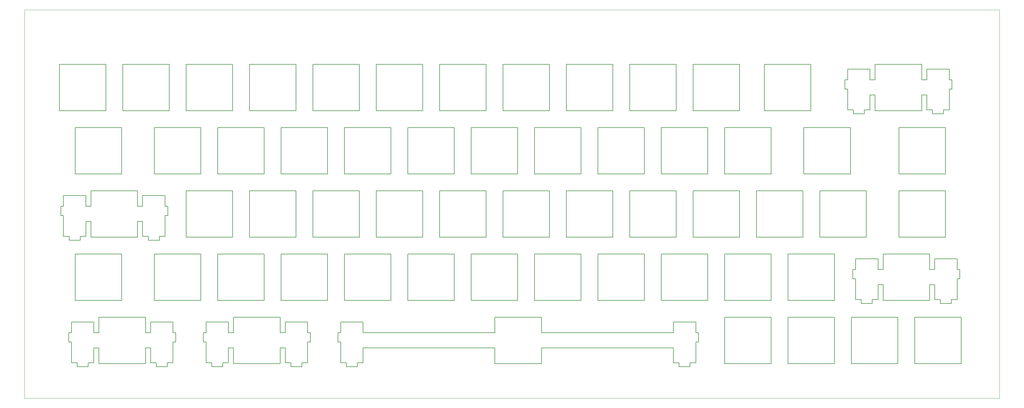
<source format=gbr>
%TF.GenerationSoftware,KiCad,Pcbnew,7.0.1*%
%TF.CreationDate,2023-10-19T22:59:00+03:00*%
%TF.ProjectId,keyboard_cherry_panel,6b657962-6f61-4726-945f-636865727279,rev?*%
%TF.SameCoordinates,Original*%
%TF.FileFunction,Profile,NP*%
%FSLAX46Y46*%
G04 Gerber Fmt 4.6, Leading zero omitted, Abs format (unit mm)*
G04 Created by KiCad (PCBNEW 7.0.1) date 2023-10-19 22:59:00*
%MOMM*%
%LPD*%
G01*
G04 APERTURE LIST*
%TA.AperFunction,Profile*%
%ADD10C,0.150000*%
%TD*%
%TA.AperFunction,Profile*%
%ADD11C,0.100000*%
%TD*%
G04 APERTURE END LIST*
D10*
X95044950Y-106369330D02*
X96769950Y-106369330D01*
X278819950Y-23899400D02*
X278819950Y-21100500D01*
X191427950Y-49449300D02*
X191427950Y-35450000D01*
X271244950Y-21100500D02*
X269720950Y-21100500D01*
X262864950Y-54500000D02*
X276864950Y-54500000D01*
X224476950Y-35450000D02*
X224476950Y-49449300D01*
X214951950Y-30399300D02*
X200952950Y-30399300D01*
X210477950Y-49449300D02*
X210477950Y-35450000D01*
X191427950Y-35450000D02*
X205426950Y-35450000D01*
X267627950Y-92600000D02*
X281626950Y-92600000D01*
X72076950Y-49449300D02*
X58077650Y-49449300D01*
X91126950Y-87549500D02*
X77127650Y-87549500D01*
X94220850Y-100099260D02*
X95044950Y-100099260D01*
X181902950Y-54500000D02*
X195901950Y-54500000D01*
X195901950Y-54500000D02*
X195901950Y-68499300D01*
X19977650Y-54500000D02*
X19977650Y-59200500D01*
X39607750Y-106369330D02*
X39607750Y-107569600D01*
X176851950Y-30399300D02*
X162852950Y-30399300D01*
X85938650Y-97300500D02*
X85114550Y-97300500D01*
X110176950Y-35450000D02*
X110176950Y-49449300D01*
X243526950Y-92600000D02*
X243526950Y-106599460D01*
X119701950Y-30399300D02*
X105701250Y-30399300D01*
X43501950Y-16400000D02*
X43501950Y-30399300D01*
X224476950Y-73550100D02*
X224476950Y-87549500D01*
X48552650Y-30399300D02*
X48552650Y-16400000D01*
X86652650Y-16400000D02*
X100651950Y-16400000D01*
X48552650Y-16400000D02*
X62551950Y-16400000D01*
X205426950Y-73550100D02*
X205426950Y-87549500D01*
X229527950Y-73550100D02*
X243526950Y-73550100D01*
X162852950Y-54500000D02*
X176851950Y-54500000D01*
X76839450Y-97300500D02*
X76839450Y-92600000D01*
X255719950Y-25700300D02*
X255719950Y-30399300D01*
X258102950Y-87549500D02*
X272101950Y-87549500D01*
X276864950Y-54500000D02*
X276864950Y-68499300D01*
X58077650Y-73550100D02*
X72076950Y-73550100D01*
X39027650Y-87549500D02*
X39027650Y-73550100D01*
X251552950Y-87319300D02*
X251552950Y-88519600D01*
X202619950Y-100099260D02*
X202619950Y-97300500D01*
X91126950Y-35450000D02*
X91126950Y-49449300D01*
X19108050Y-107569600D02*
X19108050Y-106369330D01*
X61314750Y-94070300D02*
X54565050Y-94070300D01*
X124750950Y-16400000D02*
X138751950Y-16400000D01*
X14083750Y-94070300D02*
X14083750Y-97300500D01*
X78365250Y-94070300D02*
X78365250Y-97300500D01*
X201795950Y-100099260D02*
X202619950Y-100099260D01*
X37883850Y-101898990D02*
X37883850Y-106369330D01*
X280376950Y-87319300D02*
X280376950Y-81049300D01*
X256576950Y-82850400D02*
X258102950Y-82850400D01*
X11702500Y-55970400D02*
X11702500Y-59200500D01*
X143802950Y-68499300D02*
X143802950Y-54500000D01*
X11702500Y-61999400D02*
X11702500Y-68269300D01*
X40526950Y-68269300D02*
X42252250Y-68269300D01*
X272101950Y-73550100D02*
X258102950Y-73550100D01*
X37883850Y-94070300D02*
X37883850Y-97300500D01*
X100070550Y-106369330D02*
X101796050Y-106369330D01*
X167326950Y-87549500D02*
X153327950Y-87549500D01*
X110176950Y-87549500D02*
X96177650Y-87549500D01*
X252470950Y-30169300D02*
X254195950Y-30169300D01*
X54565050Y-94070300D02*
X54565050Y-97300500D01*
X134277950Y-35450000D02*
X148276950Y-35450000D01*
X43077650Y-61999400D02*
X43077650Y-59200500D01*
X162852950Y-30399300D02*
X162852950Y-16400000D01*
X44633350Y-94070300D02*
X37883850Y-94070300D01*
X200070950Y-106369330D02*
X201795950Y-106369330D01*
X157801950Y-68499300D02*
X143802950Y-68499300D01*
X210477950Y-35450000D02*
X224476950Y-35450000D01*
X243526950Y-106599460D02*
X229527950Y-106599460D01*
X273627950Y-75020300D02*
X273627950Y-78250500D01*
X56288750Y-107569600D02*
X59589350Y-107569600D01*
X115227950Y-49449300D02*
X115227950Y-35450000D01*
X85114550Y-94070300D02*
X78365250Y-94070300D01*
X36358350Y-106599460D02*
X36358350Y-101898990D01*
X11702500Y-59200500D02*
X10877040Y-59200500D01*
X80088850Y-107569600D02*
X83389450Y-107569600D01*
X254195950Y-21100500D02*
X254195950Y-17870400D01*
X19977650Y-63800300D02*
X19977650Y-68499300D01*
X39027650Y-49449300D02*
X39027650Y-35450000D01*
X247444950Y-23899400D02*
X247444950Y-30169300D01*
X281626950Y-92600000D02*
X281626950Y-106599460D01*
X91126950Y-73550100D02*
X91126950Y-87549500D01*
X181902950Y-68499300D02*
X181902950Y-54500000D01*
X234289950Y-49449300D02*
X234289950Y-35450000D01*
X220002950Y-68499300D02*
X220002950Y-54500000D01*
X281202950Y-78250500D02*
X280376950Y-78250500D01*
X155420950Y-101898990D02*
X195044950Y-101898990D01*
X134277950Y-73550100D02*
X148276950Y-73550100D01*
X278651950Y-87319300D02*
X280376950Y-87319300D01*
X272101950Y-78250500D02*
X272101950Y-73550100D01*
X18452150Y-68269300D02*
X18452150Y-63800300D01*
X276270950Y-31369500D02*
X276270950Y-30169300D01*
X101796050Y-97300500D02*
X101796050Y-94070300D01*
X275352950Y-88519600D02*
X278651950Y-88519600D01*
X86652650Y-54500000D02*
X100651950Y-54500000D01*
X234289950Y-35450000D02*
X248289950Y-35450000D01*
X176851950Y-68499300D02*
X162852950Y-68499300D01*
X33977050Y-63800300D02*
X35502550Y-63800300D01*
X155420950Y-92600000D02*
X141419950Y-92600000D01*
X205426950Y-35450000D02*
X205426950Y-49449300D01*
X39027650Y-35450000D02*
X53026950Y-35450000D01*
X200952950Y-16400000D02*
X214951950Y-16400000D01*
X195901950Y-16400000D02*
X195901950Y-30399300D01*
X256576950Y-75020300D02*
X249827950Y-75020300D01*
X22358850Y-92600000D02*
X22358850Y-97300500D01*
X42908150Y-107569600D02*
X42908150Y-106369330D01*
X269720950Y-21100500D02*
X269720950Y-16400000D01*
X36358350Y-97300500D02*
X36358350Y-92600000D01*
X254851950Y-87319300D02*
X256576950Y-87319300D01*
X105701250Y-16400000D02*
X119701950Y-16400000D01*
X249169950Y-31369500D02*
X252470950Y-31369500D01*
X16726800Y-69469500D02*
X16726800Y-68269300D01*
X129226950Y-73550100D02*
X129226950Y-87549500D01*
X18452150Y-55970400D02*
X11702500Y-55970400D01*
X62551950Y-16400000D02*
X62551950Y-30399300D01*
X53026950Y-73550100D02*
X53026950Y-87549500D01*
X15215110Y-49449300D02*
X15215110Y-35450000D01*
X58077650Y-49449300D02*
X58077650Y-35450000D01*
X81601950Y-54500000D02*
X81601950Y-68499300D01*
X100070550Y-107569600D02*
X100070550Y-106369330D01*
X155420950Y-97300500D02*
X155420950Y-92600000D01*
X29214650Y-49449300D02*
X15215110Y-49449300D01*
X29214650Y-35450000D02*
X29214650Y-49449300D01*
X278819950Y-21100500D02*
X277995950Y-21100500D01*
X191427950Y-87549500D02*
X191427950Y-73550100D01*
X62840150Y-101898990D02*
X62840150Y-106599460D01*
X224476950Y-106599460D02*
X210477950Y-106599460D01*
X76839450Y-92600000D02*
X62840150Y-92600000D01*
X157801950Y-30399300D02*
X143802950Y-30399300D01*
X61314750Y-101898990D02*
X62840150Y-101898990D01*
X200952950Y-68499300D02*
X200952950Y-54500000D01*
X236382950Y-16400000D02*
X236382950Y-30399300D01*
X186376950Y-87549500D02*
X172377950Y-87549500D01*
X86652650Y-68499300D02*
X86652650Y-54500000D01*
X96177650Y-35450000D02*
X110176950Y-35450000D01*
X72076950Y-35450000D02*
X72076950Y-49449300D01*
X22358850Y-97300500D02*
X20833350Y-97300500D01*
X281202950Y-81049300D02*
X281202950Y-78250500D01*
X37883850Y-106369330D02*
X39607750Y-106369330D01*
X210477950Y-87549500D02*
X210477950Y-73550100D01*
X155420950Y-106599460D02*
X155420950Y-101898990D01*
X19977650Y-59200500D02*
X18452150Y-59200500D01*
X44633350Y-106369330D02*
X44633350Y-100099260D01*
X59589350Y-106369330D02*
X61314750Y-106369330D01*
X262864950Y-35450000D02*
X276864950Y-35450000D01*
X105701250Y-68499300D02*
X105701250Y-54500000D01*
X29214650Y-73550100D02*
X29214650Y-87549500D01*
X280376950Y-78250500D02*
X280376950Y-75020300D01*
X172377950Y-73550100D02*
X186376950Y-73550100D01*
X115227950Y-73550100D02*
X129226950Y-73550100D01*
X249827950Y-87319300D02*
X251552950Y-87319300D01*
X124750950Y-54500000D02*
X138751950Y-54500000D01*
X247444950Y-30169300D02*
X249169950Y-30169300D01*
X85114550Y-97300500D02*
X85114550Y-94070300D01*
X269720950Y-25700300D02*
X271244950Y-25700300D01*
X134277950Y-87549500D02*
X134277950Y-73550100D01*
X59589350Y-107569600D02*
X59589350Y-106369330D01*
X143802950Y-54500000D02*
X157801950Y-54500000D01*
X53739550Y-97300500D02*
X53739550Y-100099260D01*
X262576950Y-92600000D02*
X262576950Y-106599460D01*
X40526950Y-69469500D02*
X40526950Y-68269300D01*
X239052950Y-68499300D02*
X239052950Y-54500000D01*
X100651950Y-54500000D02*
X100651950Y-68499300D01*
X252470950Y-31369500D02*
X252470950Y-30169300D01*
X13427790Y-69469500D02*
X16726800Y-69469500D01*
X76839450Y-106599460D02*
X76839450Y-101898990D01*
X255719950Y-21100500D02*
X254195950Y-21100500D01*
X10877040Y-59200500D02*
X10877040Y-61999400D01*
X267627950Y-106599460D02*
X267627950Y-92600000D01*
X200952950Y-30399300D02*
X200952950Y-16400000D01*
X200952950Y-54500000D02*
X214951950Y-54500000D01*
X210477950Y-106599460D02*
X210477950Y-92600000D01*
X56288750Y-106369330D02*
X56288750Y-107569600D01*
X20833350Y-94070300D02*
X14083750Y-94070300D01*
X10452600Y-30399300D02*
X10452600Y-16400000D01*
X153327950Y-35450000D02*
X167326950Y-35450000D01*
X201795950Y-106369330D02*
X201795950Y-100099260D01*
X248289950Y-35450000D02*
X248289950Y-49449300D01*
X42252250Y-68269300D02*
X42252250Y-61999400D01*
X37883850Y-97300500D02*
X36358350Y-97300500D01*
X77127650Y-73550100D02*
X91126950Y-73550100D01*
X195044950Y-101898990D02*
X195044950Y-106369330D01*
X29502650Y-16400000D02*
X43501950Y-16400000D01*
X141419950Y-106599460D02*
X155420950Y-106599460D01*
X281626950Y-106599460D02*
X267627950Y-106599460D01*
X124750950Y-30399300D02*
X124750950Y-16400000D01*
X36358350Y-101898990D02*
X37883850Y-101898990D01*
X101796050Y-106369330D02*
X101796050Y-101898990D01*
X162852950Y-68499300D02*
X162852950Y-54500000D01*
X77127650Y-49449300D02*
X77127650Y-35450000D01*
X269720950Y-30399300D02*
X269720950Y-25700300D01*
X172377950Y-87549500D02*
X172377950Y-73550100D01*
X100651950Y-30399300D02*
X86652650Y-30399300D01*
X138751950Y-30399300D02*
X124750950Y-30399300D01*
X42252250Y-59200500D02*
X42252250Y-55970400D01*
X256576950Y-78250500D02*
X256576950Y-75020300D01*
X246620950Y-21100500D02*
X246620950Y-23899400D01*
X53026950Y-35450000D02*
X53026950Y-49449300D01*
X14083750Y-106369330D02*
X15809040Y-106369330D01*
X83389450Y-107569600D02*
X83389450Y-106369330D01*
X54565050Y-106369330D02*
X56288750Y-106369330D01*
X62551950Y-68499300D02*
X48552650Y-68499300D01*
X172377950Y-49449300D02*
X172377950Y-35450000D01*
X13258280Y-100099260D02*
X14083750Y-100099260D01*
X167326950Y-73550100D02*
X167326950Y-87549500D01*
X249169950Y-30169300D02*
X249169950Y-31369500D01*
X78365250Y-101898990D02*
X78365250Y-106369330D01*
X129226950Y-35450000D02*
X129226950Y-49449300D01*
X254195950Y-17870400D02*
X247444950Y-17870400D01*
X124750950Y-68499300D02*
X124750950Y-54500000D01*
X280376950Y-81049300D02*
X281202950Y-81049300D01*
X42252250Y-61999400D02*
X43077650Y-61999400D01*
X95044950Y-97300500D02*
X94220850Y-97300500D01*
X95044950Y-100099260D02*
X95044950Y-106369330D01*
X36358350Y-92600000D02*
X22358850Y-92600000D01*
X42908150Y-106369330D02*
X44633350Y-106369330D01*
X119701950Y-68499300D02*
X105701250Y-68499300D01*
X196769950Y-107569600D02*
X200070950Y-107569600D01*
X86652650Y-30399300D02*
X86652650Y-16400000D01*
X271244950Y-30169300D02*
X272969950Y-30169300D01*
X278651950Y-88519600D02*
X278651950Y-87319300D01*
X95044950Y-94070300D02*
X95044950Y-97300500D01*
X20833350Y-101898990D02*
X22358850Y-101898990D01*
X35502550Y-68269300D02*
X37227850Y-68269300D01*
X272969950Y-30169300D02*
X272969950Y-31369500D01*
X254195950Y-30169300D02*
X254195950Y-25700300D01*
X186376950Y-49449300D02*
X172377950Y-49449300D01*
X101796050Y-94070300D02*
X95044950Y-94070300D01*
X62551950Y-30399300D02*
X48552650Y-30399300D01*
X195044950Y-97300500D02*
X155420950Y-97300500D01*
X141419950Y-101898990D02*
X141419950Y-106599460D01*
X110176950Y-49449300D02*
X96177650Y-49449300D01*
X10452600Y-16400000D02*
X24452150Y-16400000D01*
X15215110Y-35450000D02*
X29214650Y-35450000D01*
X15809040Y-107569600D02*
X19108050Y-107569600D01*
X176851950Y-16400000D02*
X176851950Y-30399300D01*
X96769950Y-106369330D02*
X96769950Y-107569600D01*
X61314750Y-106369330D02*
X61314750Y-101898990D01*
X201795950Y-97300500D02*
X201795950Y-94070300D01*
X253051950Y-68499300D02*
X239052950Y-68499300D01*
X43501950Y-30399300D02*
X29502650Y-30399300D01*
X277995950Y-30169300D02*
X277995950Y-23899400D01*
X53026950Y-49449300D02*
X39027650Y-49449300D01*
X19977650Y-68499300D02*
X33977050Y-68499300D01*
X222383950Y-30399300D02*
X222383950Y-16400000D01*
X258102950Y-78250500D02*
X256576950Y-78250500D01*
X224476950Y-87549500D02*
X210477950Y-87549500D01*
X247444950Y-17870400D02*
X247444950Y-21100500D01*
X77127650Y-87549500D02*
X77127650Y-73550100D01*
X239052950Y-54500000D02*
X253051950Y-54500000D01*
X271244950Y-25700300D02*
X271244950Y-30169300D01*
X39607750Y-107569600D02*
X42908150Y-107569600D01*
X251552950Y-88519600D02*
X254851950Y-88519600D01*
X53026950Y-87549500D02*
X39027650Y-87549500D01*
X119701950Y-16400000D02*
X119701950Y-30399300D01*
X129226950Y-49449300D02*
X115227950Y-49449300D01*
X58077650Y-35450000D02*
X72076950Y-35450000D01*
X191427950Y-73550100D02*
X205426950Y-73550100D01*
X186376950Y-73550100D02*
X186376950Y-87549500D01*
X54565050Y-100099260D02*
X54565050Y-106369330D01*
X153327950Y-49449300D02*
X153327950Y-35450000D01*
X15215110Y-73550100D02*
X29214650Y-73550100D01*
X277995950Y-23899400D02*
X278819950Y-23899400D01*
X96177650Y-49449300D02*
X96177650Y-35450000D01*
X37227850Y-69469500D02*
X40526950Y-69469500D01*
X205426950Y-87549500D02*
X191427950Y-87549500D01*
X91126950Y-49449300D02*
X77127650Y-49449300D01*
X105701250Y-30399300D02*
X105701250Y-16400000D01*
X153327950Y-87549500D02*
X153327950Y-73550100D01*
X62840150Y-106599460D02*
X76839450Y-106599460D01*
X33977050Y-68499300D02*
X33977050Y-63800300D01*
X210477950Y-92600000D02*
X224476950Y-92600000D01*
X148276950Y-87549500D02*
X134277950Y-87549500D01*
X214951950Y-68499300D02*
X200952950Y-68499300D01*
X100651950Y-68499300D02*
X86652650Y-68499300D01*
X220002950Y-54500000D02*
X234001950Y-54500000D01*
X45458850Y-100099260D02*
X45458850Y-97300500D01*
X195044950Y-106369330D02*
X196769950Y-106369330D01*
X195044950Y-94070300D02*
X195044950Y-97300500D01*
X119701950Y-54500000D02*
X119701950Y-68499300D01*
X249001950Y-81049300D02*
X249827950Y-81049300D01*
X195901950Y-30399300D02*
X181902950Y-30399300D01*
X14083750Y-100099260D02*
X14083750Y-106369330D01*
X10877040Y-61999400D02*
X11702500Y-61999400D01*
X148276950Y-35450000D02*
X148276950Y-49449300D01*
X201795950Y-94070300D02*
X195044950Y-94070300D01*
X15215110Y-87549500D02*
X15215110Y-73550100D01*
X134277950Y-49449300D02*
X134277950Y-35450000D01*
X35502550Y-55970400D02*
X35502550Y-59200500D01*
X48552650Y-54500000D02*
X62551950Y-54500000D01*
X248577950Y-92600000D02*
X262576950Y-92600000D01*
X20833350Y-97300500D02*
X20833350Y-94070300D01*
X101796050Y-101898990D02*
X141419950Y-101898990D01*
X249827950Y-78250500D02*
X249001950Y-78250500D01*
X162852950Y-16400000D02*
X176851950Y-16400000D01*
X62840150Y-92600000D02*
X62840150Y-97300500D01*
X248289950Y-49449300D02*
X234289950Y-49449300D01*
X157801950Y-54500000D02*
X157801950Y-68499300D01*
X94220850Y-97300500D02*
X94220850Y-100099260D01*
X246620950Y-23899400D02*
X247444950Y-23899400D01*
X48552650Y-68499300D02*
X48552650Y-54500000D01*
X39027650Y-73550100D02*
X53026950Y-73550100D01*
X249827950Y-81049300D02*
X249827950Y-87319300D01*
X44633350Y-100099260D02*
X45458850Y-100099260D01*
X153327950Y-73550100D02*
X167326950Y-73550100D01*
X81601950Y-30399300D02*
X67602650Y-30399300D01*
X273627950Y-87319300D02*
X275352950Y-87319300D01*
X276864950Y-68499300D02*
X262864950Y-68499300D01*
X258102950Y-73550100D02*
X258102950Y-78250500D01*
X234001950Y-68499300D02*
X220002950Y-68499300D01*
X76839450Y-101898990D02*
X78365250Y-101898990D01*
X100651950Y-16400000D02*
X100651950Y-30399300D01*
X214951950Y-16400000D02*
X214951950Y-30399300D01*
X96177650Y-87549500D02*
X96177650Y-73550100D01*
X273627950Y-82850400D02*
X273627950Y-87319300D01*
X157801950Y-16400000D02*
X157801950Y-30399300D01*
X35502550Y-59200500D02*
X33977050Y-59200500D01*
X181902950Y-16400000D02*
X195901950Y-16400000D01*
X254195950Y-25700300D02*
X255719950Y-25700300D01*
X61314750Y-97300500D02*
X61314750Y-94070300D01*
X115227950Y-35450000D02*
X129226950Y-35450000D01*
X273627950Y-78250500D02*
X272101950Y-78250500D01*
X37227850Y-68269300D02*
X37227850Y-69469500D01*
X13258280Y-97300500D02*
X13258280Y-100099260D01*
X222383950Y-16400000D02*
X236382950Y-16400000D01*
X67602650Y-68499300D02*
X67602650Y-54500000D01*
X229527950Y-87549500D02*
X229527950Y-73550100D01*
X81601950Y-68499300D02*
X67602650Y-68499300D01*
X138751950Y-54500000D02*
X138751950Y-68499300D01*
X85938650Y-100099260D02*
X85938650Y-97300500D01*
X255719950Y-30399300D02*
X269720950Y-30399300D01*
X77127650Y-35450000D02*
X91126950Y-35450000D01*
X272101950Y-82850400D02*
X273627950Y-82850400D01*
X262864950Y-49449300D02*
X262864950Y-35450000D01*
X210477950Y-73550100D02*
X224476950Y-73550100D01*
X53739550Y-100099260D02*
X54565050Y-100099260D01*
X115227950Y-87549500D02*
X115227950Y-73550100D01*
X277995950Y-21100500D02*
X277995950Y-17870400D01*
X276270950Y-30169300D02*
X277995950Y-30169300D01*
X253051950Y-54500000D02*
X253051950Y-68499300D01*
X33977050Y-54500000D02*
X19977650Y-54500000D01*
X275352950Y-87319300D02*
X275352950Y-88519600D01*
X22358850Y-106599460D02*
X36358350Y-106599460D01*
X214951950Y-54500000D02*
X214951950Y-68499300D01*
X18452150Y-59200500D02*
X18452150Y-55970400D01*
X258102950Y-82850400D02*
X258102950Y-87549500D01*
X138751950Y-68499300D02*
X124750950Y-68499300D01*
X42252250Y-55970400D02*
X35502550Y-55970400D01*
X148276950Y-49449300D02*
X134277950Y-49449300D01*
X276864950Y-35450000D02*
X276864950Y-49449300D01*
X29214650Y-87549500D02*
X15215110Y-87549500D01*
X272101950Y-87549500D02*
X272101950Y-82850400D01*
X181902950Y-30399300D02*
X181902950Y-16400000D01*
X205426950Y-49449300D02*
X191427950Y-49449300D01*
D11*
X0Y0D02*
X293100000Y0D01*
X293100000Y-117000000D01*
X0Y-117000000D01*
X0Y0D01*
D10*
X172377950Y-35450000D02*
X186376950Y-35450000D01*
X83389450Y-106369330D02*
X85114550Y-106369330D01*
X200070950Y-107569600D02*
X200070950Y-106369330D01*
X202619950Y-97300500D02*
X201795950Y-97300500D01*
X72076950Y-87549500D02*
X58077650Y-87549500D01*
X254851950Y-88519600D02*
X254851950Y-87319300D01*
X43077650Y-59200500D02*
X42252250Y-59200500D01*
X247444950Y-21100500D02*
X246620950Y-21100500D01*
X58077650Y-87549500D02*
X58077650Y-73550100D01*
X276864950Y-49449300D02*
X262864950Y-49449300D01*
X105701250Y-54500000D02*
X119701950Y-54500000D01*
X256576950Y-87319300D02*
X256576950Y-82850400D01*
X22358850Y-101898990D02*
X22358850Y-106599460D01*
X148276950Y-73550100D02*
X148276950Y-87549500D01*
X248577950Y-106599460D02*
X248577950Y-92600000D01*
X262864950Y-68499300D02*
X262864950Y-54500000D01*
X85114550Y-106369330D02*
X85114550Y-100099260D01*
X224476950Y-92600000D02*
X224476950Y-106599460D01*
X72076950Y-73550100D02*
X72076950Y-87549500D01*
X35502550Y-63800300D02*
X35502550Y-68269300D01*
X81601950Y-16400000D02*
X81601950Y-30399300D01*
X138751950Y-16400000D02*
X138751950Y-30399300D01*
X78365250Y-97300500D02*
X76839450Y-97300500D01*
X67602650Y-16400000D02*
X81601950Y-16400000D01*
X85114550Y-100099260D02*
X85938650Y-100099260D01*
X110176950Y-73550100D02*
X110176950Y-87549500D01*
X229527950Y-92600000D02*
X243526950Y-92600000D01*
X224476950Y-49449300D02*
X210477950Y-49449300D01*
X143802950Y-16400000D02*
X157801950Y-16400000D01*
X141419950Y-97300500D02*
X101796050Y-97300500D01*
X19108050Y-106369330D02*
X20833350Y-106369330D01*
X234001950Y-54500000D02*
X234001950Y-68499300D01*
X15809040Y-106369330D02*
X15809040Y-107569600D01*
X195901950Y-68499300D02*
X181902950Y-68499300D01*
X54565050Y-97300500D02*
X53739550Y-97300500D01*
X11702500Y-68269300D02*
X13427790Y-68269300D01*
X186376950Y-35450000D02*
X186376950Y-49449300D01*
X277995950Y-17870400D02*
X271244950Y-17870400D01*
X62551950Y-54500000D02*
X62551950Y-68499300D01*
X269720950Y-16400000D02*
X255719950Y-16400000D01*
X243526950Y-73550100D02*
X243526950Y-87549500D01*
X141419950Y-92600000D02*
X141419950Y-97300500D01*
X236382950Y-30399300D02*
X222383950Y-30399300D01*
X29502650Y-30399300D02*
X29502650Y-16400000D01*
X129226950Y-87549500D02*
X115227950Y-87549500D01*
X67602650Y-54500000D02*
X81601950Y-54500000D01*
X62840150Y-97300500D02*
X61314750Y-97300500D01*
X20833350Y-106369330D02*
X20833350Y-101898990D01*
X262576950Y-106599460D02*
X248577950Y-106599460D01*
X167326950Y-35450000D02*
X167326950Y-49449300D01*
X67602650Y-30399300D02*
X67602650Y-16400000D01*
X249001950Y-78250500D02*
X249001950Y-81049300D01*
X80088850Y-106369330D02*
X80088850Y-107569600D01*
X18452150Y-63800300D02*
X19977650Y-63800300D01*
X280376950Y-75020300D02*
X273627950Y-75020300D01*
X45458850Y-97300500D02*
X44633350Y-97300500D01*
X249827950Y-75020300D02*
X249827950Y-78250500D01*
X14083750Y-97300500D02*
X13258280Y-97300500D01*
X143802950Y-30399300D02*
X143802950Y-16400000D01*
X255719950Y-16400000D02*
X255719950Y-21100500D01*
X13427790Y-68269300D02*
X13427790Y-69469500D01*
X176851950Y-54500000D02*
X176851950Y-68499300D01*
X96769950Y-107569600D02*
X100070550Y-107569600D01*
X272969950Y-31369500D02*
X276270950Y-31369500D01*
X271244950Y-17870400D02*
X271244950Y-21100500D01*
X24452150Y-16400000D02*
X24452150Y-30399300D01*
X167326950Y-49449300D02*
X153327950Y-49449300D01*
X96177650Y-73550100D02*
X110176950Y-73550100D01*
X44633350Y-97300500D02*
X44633350Y-94070300D01*
X196769950Y-106369330D02*
X196769950Y-107569600D01*
X243526950Y-87549500D02*
X229527950Y-87549500D01*
X78365250Y-106369330D02*
X80088850Y-106369330D01*
X24452150Y-30399300D02*
X10452600Y-30399300D01*
X33977050Y-59200500D02*
X33977050Y-54500000D01*
X16726800Y-68269300D02*
X18452150Y-68269300D01*
X229527950Y-106599460D02*
X229527950Y-92600000D01*
M02*

</source>
